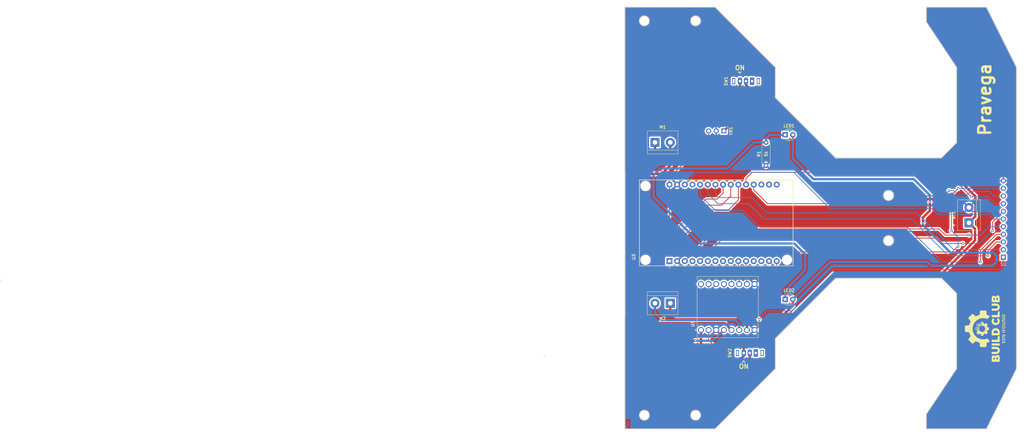
<source format=kicad_pcb>
(kicad_pcb (version 20221018) (generator pcbnew)
  (title_block (title "PID Line Follower") (date "2024-02-09") (rev "v01") (company "Build Club SSN") (comment 2 "creativecommons.org/licenses/by/4.0/") (comment 3 "License: CC BY 4.0") (comment 4 "Author: Sreeram R"))
  (layers (0 "F.Cu" jumper) (31 "B.Cu" signal) (34 "B.Paste" user) (35 "F.Paste" user) (36 "B.SilkS" user "B.Silkscreen") (37 "F.SilkS" user "F.Silkscreen") (38 "B.Mask" user) (39 "F.Mask" user) (44 "Edge.Cuts" user))
  (net 0 "")
  (net 1 "/Battery")
  (net 2 "GND")
  (net 3 "Net-(M1-T1)")
  (net 4 "Net-(M1-T2)")
  (net 5 "Net-(M2-T1)")
  (net 6 "Net-(M2-T2)")
  (net 7 "Net-(LED1-K)")
  (net 8 "/5V")
  (net 9 "Net-(LED1-A)")
  (net 10 "/PWMA")
  (net 11 "/AIN2")
  (net 12 "/AIN1")
  (net 13 "/STBY")
  (net 14 "/BIN1")
  (net 15 "/BIN2")
  (net 16 "/PWMB")
  (net 18 "/IR4")
  (net 20 "/IR6")
  (net 24 "/IR")
  (net 30 "/IR8")
  (net 31 "/IR7")
  (net 32 "/IR1")
  (net 33 "/IR2")
  (net 34 "/IR3")
  (net 36 "/IR5")
  (net 37 "Net-(SW1-T2)")
  (footprint "Logo:Logo" (layer "F.Cu") (at 197.358 129.286 90)
    (fp_text reference "G***" hide)
    (fp_text value "LOGO" hide)
  )
  (footprint "ESP32-DEVKIT-V1:MODULE_ESP32_DEVKIT_V1" (layer "F.Cu") (at 107.95 93.98 90)
    (fp_text reference "U3" (at -11.355 -27.36 90) (layer "F.SilkS") (effects (font (thickness 0.2) bold)))
    (fp_text value "ESP32-DEVKIT-V1")
    (pad "" np_thru_hole circle (at -12.28 -23.475 90) (size 3 3) (drill 3) (layers "*.Cu" "*.Mask"))
    (pad "" np_thru_hole circle (at -12.28 23.475 90) (size 3 3) (drill 3) (layers "*.Cu" "*.Mask"))
    (pad "" np_thru_hole circle (at 12.23 -23.475 90) (size 3 3) (drill 3) (layers "*.Cu" "*.Mask"))
    (pad "" np_thru_hole circle (at 12.23 23.475 90) (size 3 3) (drill 3) (layers "*.Cu" "*.Mask"))
    (pad "1" thru_hole rect (at -12.7 -15.515 90) (size 2 2) (drill 1.02) (layers "*.Cu" "*.Mask"))
    (pad "2" thru_hole circle (at -12.7 -12.975 90) (size 2 2) (drill 1.02) (layers "*.Cu" "*.Mask") (net 2 "GND"))
    (pad "3" thru_hole circle (at -12.7 -10.435 90) (size 2 2) (drill 1.02) (layers "*.Cu" "*.Mask") (net 18 "/IR4"))
    (pad "4" thru_hole circle (at -12.7 -7.895 90) (size 2 2) (drill 1.02) (layers "*.Cu" "*.Mask"))
    (pad "5" thru_hole circle (at -12.7 -5.355 90) (size 2 2) (drill 1.02) (layers "*.Cu" "*.Mask") (net 20 "/IR6"))
    (pad "6" thru_hole circle (at -12.7 -2.815 90) (size 2 2) (drill 1.02) (layers "*.Cu" "*.Mask"))
    (pad "7" thru_hole circle (at -12.7 -0.275 90) (size 2 2) (drill 1.02) (layers "*.Cu" "*.Mask"))
    (pad "8" thru_hole circle (at -12.7 2.265 90) (size 2 2) (drill 1.02) (layers "*.Cu" "*.Mask"))
    (pad "9" thru_hole circle (at -12.7 4.805 90) (size 2 2) (drill 1.02) (layers "*.Cu" "*.Mask") (net 24 "/IR"))
    (pad "10" thru_hole circle (at -12.7 7.345 90) (size 2 2) (drill 1.02) (layers "*.Cu" "*.Mask") (net 13 "/STBY"))
    (pad "11" thru_hole circle (at -12.7 9.885 90) (size 2 2) (drill 1.02) (layers "*.Cu" "*.Mask") (net 12 "/AIN1"))
    (pad "12" thru_hole circle (at -12.7 12.425 90) (size 2 2) (drill 1.02) (layers "*.Cu" "*.Mask"))
    (pad "13" thru_hole circle (at -12.7 14.965 90) (size 2 2) (drill 1.02) (layers "*.Cu" "*.Mask"))
    (pad "14" thru_hole circle (at -12.7 17.505 90) (size 2 2) (drill 1.02) (layers "*.Cu" "*.Mask") (net 11 "/AIN2"))
    (pad "15" thru_hole circle (at -12.7 20.045 90) (size 2 2) (drill 1.02) (layers "*.Cu" "*.Mask") (net 10 "/PWMA"))
    (pad "16" thru_hole circle (at 12.7 20.045 90) (size 2 2) (drill 1.02) (layers "*.Cu" "*.Mask"))
    (pad "17" thru_hole circle (at 12.7 17.505 90) (size 2 2) (drill 1.02) (layers "*.Cu" "*.Mask"))
    (pad "18" thru_hole circle (at 12.7 14.965 90) (size 2 2) (drill 1.02) (layers "*.Cu" "*.Mask"))
    (pad "19" thru_hole circle (at 12.7 12.425 90) (size 2 2) (drill 1.02) (layers "*.Cu" "*.Mask") (net 30 "/IR8"))
    (pad "20" thru_hole circle (at 12.7 9.885 90) (size 2 2) (drill 1.02) (layers "*.Cu" "*.Mask") (net 31 "/IR7"))
    (pad "21" thru_hole circle (at 12.7 7.345 90) (size 2 2) (drill 1.02) (layers "*.Cu" "*.Mask") (net 16 "/PWMB"))
    (pad "22" thru_hole circle (at 12.7 4.805 90) (size 2 2) (drill 1.02) (layers "*.Cu" "*.Mask") (net 15 "/BIN2"))
    (pad "23" thru_hole circle (at 12.7 2.265 90) (size 2 2) (drill 1.02) (layers "*.Cu" "*.Mask") (net 14 "/BIN1"))
    (pad "24" thru_hole circle (at 12.7 -0.275 90) (size 2 2) (drill 1.02) (layers "*.Cu" "*.Mask") (net 32 "/IR1"))
    (pad "25" thru_hole circle (at 12.7 -2.815 90) (size 2 2) (drill 1.02) (layers "*.Cu" "*.Mask") (net 33 "/IR2"))
    (pad "26" thru_hole circle (at 12.7 -5.355 90) (size 2 2) (drill 1.02) (layers "*.Cu" "*.Mask") (net 34 "/IR3"))
    (pad "27" thru_hole circle (at 12.7 -7.895 90) (size 2 2) (drill 1.02) (layers "*.Cu" "*.Mask"))
    (pad "28" thru_hole circle (at 12.7 -10.435 90) (size 2 2) (drill 1.02) (layers "*.Cu" "*.Mask") (net 36 "/IR5"))
    (pad "29" thru_hole circle (at 12.7 -12.975 90) (size 2 2) (drill 1.02) (layers "*.Cu" "*.Mask") (net 2 "GND"))
    (pad "30" thru_hole circle (at 12.7 -15.515 90) (size 2 2) (drill 1.02) (layers "*.Cu" "*.Mask") (net 8 "/5V"))
  )
  (footprint "Button_Switch_THT:SW_Slide_1P2T_CK_OS102011MS2Q" (layer "F.Cu") (at 119.82 46.99 180)
    (fp_text reference "SW1" (at 8.636 0 270) (layer "F.SilkS") (effects (font (thickness 0.2) bold)))
    (fp_text value "SSw")
    (pad "" thru_hole rect (at -2.1 0 180) (size 1 2) (drill oval 0.6 1.5) (layers "*.Cu" "*.Mask"))
    (pad "" thru_hole rect (at 6.1 0 180) (size 1 2) (drill oval 0.6 1.5) (layers "*.Cu" "*.Mask"))
    (pad "1" thru_hole rect (at 0 0 180) (size 1.4 2.5) (drill 0.8) (layers "*.Cu" "*.Mask"))
    (pad "2" thru_hole oval (at 2 0 180) (size 1.4 2.5) (drill 0.8) (layers "*.Cu" "*.Mask") (net 1 "/Battery"))
    (pad "3" thru_hole oval (at 4 0 180) (size 1.4 2.5) (drill 0.8) (layers "*.Cu" "*.Mask") (net 37 "Net-(SW1-T2)"))
  )
  (footprint "TerminalBlock:TerminalBlock_bornier-2_P5.08mm" (layer "F.Cu") (at 191.77 93.98 90)
    (fp_text reference "BT1" (at 2.54 -5.08 90) (layer "F.SilkS") (effects (font (thickness 0.2) bold)))
    (fp_text value "+" (at -0.762 -5.08 90) (layer "F.SilkS") (effects (font (thickness 0.2) bold)))
    (pad "1" thru_hole rect (at 0 0 90) (size 3 3) (drill 1.52) (layers "*.Cu" "*.Mask") (net 1 "/Battery"))
    (pad "2" thru_hole circle (at 5.08 0 90) (size 3 3) (drill 1.52) (layers "*.Cu" "*.Mask") (net 2 "GND"))
  )
  (footprint "ROB-14450:MODULE_ROB-14450" (layer "F.Cu") (at 111.76 121.92 90)
    (fp_text reference "U1" (at -5.5332 -11.6132 90) (layer "F.SilkS") (effects (font (thickness 0.2) bold)))
    (fp_text value "ROB-14450")
    (pad "1" thru_hole circle (at -7.62 -8.89 90) (size 1.98 1.98) (drill 1.32) (layers "*.Cu" "*.Mask") (net 9 "Net-(LED1-A)"))
    (pad "2" thru_hole circle (at -7.62 -6.35 90) (size 1.98 1.98) (drill 1.32) (layers "*.Cu" "*.Mask") (net 8 "/5V"))
    (pad "3" thru_hole circle (at -7.62 -3.81 90) (size 1.98 1.98) (drill 1.32) (layers "*.Cu" "*.Mask") (net 2 "GND"))
    (pad "4" thru_hole circle (at -7.62 -1.27 90) (size 1.98 1.98) (drill 1.32) (layers "*.Cu" "*.Mask") (net 3 "Net-(M1-T1)"))
    (pad "5" thru_hole circle (at -7.62 1.27 90) (size 1.98 1.98) (drill 1.32) (layers "*.Cu" "*.Mask") (net 4 "Net-(M1-T2)"))
    (pad "6" thru_hole circle (at -7.62 3.81 90) (size 1.98 1.98) (drill 1.32) (layers "*.Cu" "*.Mask") (net 6 "Net-(M2-T2)"))
    (pad "7" thru_hole circle (at -7.62 6.35 90) (size 1.98 1.98) (drill 1.32) (layers "*.Cu" "*.Mask") (net 5 "Net-(M2-T1)"))
    (pad "8" thru_hole circle (at -7.62 8.89 90) (size 1.98 1.98) (drill 1.32) (layers "*.Cu" "*.Mask") (net 2 "GND"))
    (pad "9" thru_hole circle (at 7.62 8.89 90) (size 1.98 1.98) (drill 1.32) (layers "*.Cu" "*.Mask") (net 2 "GND"))
    (pad "10" thru_hole circle (at 7.62 6.35 90) (size 1.98 1.98) (drill 1.32) (layers "*.Cu" "*.Mask") (net 16 "/PWMB"))
    (pad "11" thru_hole circle (at 7.62 3.81 90) (size 1.98 1.98) (drill 1.32) (layers "*.Cu" "*.Mask") (net 15 "/BIN2"))
    (pad "12" thru_hole circle (at 7.62 1.27 90) (size 1.98 1.98) (drill 1.32) (layers "*.Cu" "*.Mask") (net 14 "/BIN1"))
    (pad "13" thru_hole circle (at 7.62 -1.27 90) (size 1.98 1.98) (drill 1.32) (layers "*.Cu" "*.Mask") (net 13 "/STBY"))
    (pad "14" thru_hole circle (at 7.62 -3.81 90) (size 1.98 1.98) (drill 1.32) (layers "*.Cu" "*.Mask") (net 12 "/AIN1"))
    (pad "15" thru_hole circle (at 7.62 -6.35 90) (size 1.98 1.98) (drill 1.32) (layers "*.Cu" "*.Mask") (net 11 "/AIN2"))
    (pad "16" thru_hole circle (at 7.62 -8.89 90) (size 1.98 1.98) (drill 1.32) (layers "*.Cu" "*.Mask") (net 10 "/PWMA"))
  )
  (footprint "TerminalBlock:TerminalBlock_bornier-2_P5.08mm" (layer "F.Cu") (at 92.71 120.65 180)
    (fp_text reference "M2" (at 2.54 -5.08) (layer "F.SilkS") (effects (font (thickness 0.2) bold)))
    (fp_text value "M")
    (pad "1" thru_hole rect (at 0 0 180) (size 3 3) (drill 1.52) (layers "*.Cu" "*.Mask") (net 5 "Net-(M2-T1)"))
    (pad "2" thru_hole circle (at 5.08 0 180) (size 3 3) (drill 1.52) (layers "*.Cu" "*.Mask") (net 6 "Net-(M2-T2)"))
  )
  (footprint "LED_THT:LED_D3.0mm" (layer "F.Cu") (at 130.81 64.77)
    (fp_text reference "LED1" (at 1.27 -2.96) (layer "F.SilkS") (effects (font (thickness 0.2) bold)))
    (fp_text value "BLUE")
    (pad "1" thru_hole rect (at 0 0) (size 1.8 1.8) (drill 0.9) (layers "*.Cu" "*.Mask") (net 7 "Net-(LED1-K)"))
    (pad "2" thru_hole circle (at 2.54 0) (size 1.8 1.8) (drill 0.9) (layers "*.Cu" "*.Mask") (net 9 "Net-(LED1-A)"))
  )
  (footprint "LED_THT:LED_D3.0mm" (layer "F.Cu") (at 130.81 119.38)
    (fp_text reference "LED2" (at 1.27 -2.96) (layer "F.SilkS") (effects (font (thickness 0.2) bold)))
    (fp_text value "BLUE")
    (pad "1" thru_hole rect (at 0 0) (size 1.8 1.8) (drill 0.9) (layers "*.Cu" "*.Mask") (net 7 "Net-(LED1-K)"))
    (pad "2" thru_hole circle (at 2.54 0) (size 1.8 1.8) (drill 0.9) (layers "*.Cu" "*.Mask") (net 9 "Net-(LED1-A)"))
  )
  (footprint "Connector_PinHeader_2.54mm:PinHeader_1x03_P2.54mm_Vertical" (layer "F.Cu") (at 110.49 63.5 -90)
    (fp_text reference "VR1" (at 0 -2.33 90) (layer "F.SilkS") (effects (font (thickness 0.2) bold)))
    (fp_text value "LM7805")
    (pad "1" thru_hole rect (at 0 0 270) (size 1.7 1.7) (drill 1) (layers "*.Cu" "*.Mask") (net 37 "Net-(SW1-T2)"))
    (pad "2" thru_hole oval (at 0 2.54 270) (size 1.7 1.7) (drill 1) (layers "*.Cu" "*.Mask") (net 2 "GND"))
    (pad "3" thru_hole oval (at 0 5.08 270) (size 1.7 1.7) (drill 1) (layers "*.Cu" "*.Mask") (net 8 "/5V"))
  )
  (footprint "Resistor_THT:R_Axial_DIN0207_L6.3mm_D2.5mm_P7.62mm_Horizontal" (layer "F.Cu") (at 124.46 74.93 90)
    (fp_text reference "R1" (at 3.81 -2.37 90) (layer "F.SilkS") (effects (font (thickness 0.2) bold)))
    (fp_text value "5k" (at 3.81 0 90) (layer "F.SilkS") (effects (font (thickness 0.2) bold)))
    (pad "1" thru_hole circle (at 0 0 90) (size 1.6 1.6) (drill 0.8) (layers "*.Cu" "*.Mask") (net 2 "GND"))
    (pad "2" thru_hole oval (at 7.62 0 90) (size 1.6 1.6) (drill 0.8) (layers "*.Cu" "*.Mask") (net 7 "Net-(LED1-K)"))
  )
  (footprint "Button_Switch_THT:SW_Slide_1P2T_CK_OS102011MS2Q" (layer "F.Cu") (at 121.09 137.16 180)
    (fp_text reference "SW2" (at 8.636 0 90) (layer "F.SilkS") (effects (font (thickness 0.2) bold)))
    (fp_text value "SSw")
    (pad "" thru_hole rect (at -2.1 0 180) (size 1 2) (drill oval 0.6 1.5) (layers "*.Cu" "*.Mask"))
    (pad "" thru_hole rect (at 6.1 0 180) (size 1 2) (drill oval 0.6 1.5) (layers "*.Cu" "*.Mask"))
    (pad "1" thru_hole rect (at 0 0 180) (size 1.4 2.5) (drill 0.8) (layers "*.Cu" "*.Mask"))
    (pad "2" thru_hole oval (at 2 0 180) (size 1.4 2.5) (drill 0.8) (layers "*.Cu" "*.Mask") (net 1 "/Battery"))
    (pad "3" thru_hole oval (at 4 0 180) (size 1.4 2.5) (drill 0.8) (layers "*.Cu" "*.Mask") (net 9 "Net-(LED1-A)"))
  )
  (footprint "TerminalBlock:TerminalBlock_bornier-2_P5.08mm" (layer "F.Cu") (at 87.63 67.31)
    (fp_text reference "M1" (at 2.54 -5.08) (layer "F.SilkS") (effects (font (thickness 0.2) bold)))
    (fp_text value "M")
    (pad "1" thru_hole rect (at 0 0) (size 3 3) (drill 1.52) (layers "*.Cu" "*.Mask") (net 3 "Net-(M1-T1)"))
    (pad "2" thru_hole circle (at 5.08 0) (size 3 3) (drill 1.52) (layers "*.Cu" "*.Mask") (net 4 "Net-(M1-T2)"))
  )
  (footprint "Connector_PinHeader_2.54mm:PinHeader_1x11_P2.54mm_Vertical" (layer "B.Cu") (at 203.2 105.41)
    (fp_text reference "U2" (at 0 2.33 180) (layer "B.SilkS") (effects (font (thickness 0.2) bold) (justify mirror)))
    (fp_text value "QTR 8-RC")
    (pad "1" thru_hole rect (at 0 0) (size 1.7 1.7) (drill 1) (layers "*.Cu" "*.Mask") (net 8 "/5V"))
    (pad "2" thru_hole oval (at 0 -2.54) (size 1.7 1.7) (drill 1) (layers "*.Cu" "*.Mask") (net 32 "/IR1"))
    (pad "3" thru_hole oval (at 0 -5.08) (size 1.7 1.7) (drill 1) (layers "*.Cu" "*.Mask") (net 33 "/IR2"))
    (pad "4" thru_hole oval (at 0 -7.62) (size 1.7 1.7) (drill 1) (layers "*.Cu" "*.Mask") (net 34 "/IR3"))
    (pad "5" thru_hole oval (at 0 -10.16) (size 1.7 1.7) (drill 1) (layers "*.Cu" "*.Mask") (net 18 "/IR4"))
    (pad "6" thru_hole oval (at 0 -12.7) (size 1.7 1.7) (drill 1) (layers "*.Cu" "*.Mask") (net 36 "/IR5"))
    (pad "7" thru_hole oval (at 0 -15.24) (size 1.7 1.7) (drill 1) (layers "*.Cu" "*.Mask") (net 20 "/IR6"))
    (pad "8" thru_hole oval (at 0 -17.78) (size 1.7 1.7) (drill 1) (layers "*.Cu" "*.Mask") (net 31 "/IR7"))
    (pad "9" thru_hole oval (at 0 -20.32) (size 1.7 1.7) (drill 1) (layers "*.Cu" "*.Mask") (net 30 "/IR8"))
    (pad "10" thru_hole oval (at 0 -22.86) (size 1.7 1.7) (drill 1) (layers "*.Cu" "*.Mask") (net 24 "/IR"))
    (pad "11" thru_hole oval (at 0 -25.4) (size 1.7 1.7) (drill 1) (layers "*.Cu" "*.Mask") (net 2 "GND"))
  )
  (gr_line (start 50.93 138.26) (end 50.93 138.26) (stroke (width 0.2)) (layer "F.Cu"))
  (gr_line (start -129.54 113.03) (end -129.54 113.03) (stroke (width 0.2)) (layer "F.Cu"))
  (gr_line (start 147.6 72.39) (end 182.6 72.39) (stroke (width 0.2)) (layer "Edge.Cuts"))
  (gr_line (start 187.6 117.39) (end 187.6 142.39) (stroke (width 0.2)) (layer "Edge.Cuts"))
  (gr_line (start 77.6 162.39) (end 107.6 162.39) (stroke (width 0.2)) (layer "Edge.Cuts"))
  (gr_circle (center 165.1 84.89) (end 166.7 84.89) (stroke (width 0.2)) (fill none) (layer "Edge.Cuts"))
  (gr_line (start 177.6 162.39) (end 197.6 162.39) (stroke (width 0.2)) (layer "Edge.Cuts"))
  (gr_line (start 77.6 162.39) (end 77.6 22.39) (stroke (width 0.2)) (layer "Edge.Cuts"))
  (gr_circle (center 101.1 157.79) (end 102.7 157.79) (stroke (width 0.2)) (fill none) (layer "Edge.Cuts"))
  (gr_line (start 197.6 22.39) (end 207.6 42.39) (stroke (width 0.2)) (layer "Edge.Cuts"))
  (gr_line (start 127.6 42.39) (end 127.6 52.39) (stroke (width 0.2)) (layer "Edge.Cuts"))
  (gr_line (start 187.6 142.39) (end 177.6 157.39) (stroke (width 0.2)) (layer "Edge.Cuts"))
  (gr_line (start 207.6 42.39) (end 207.6 142.39) (stroke (width 0.2)) (layer "Edge.Cuts"))
  (gr_circle (center 84.1 26.99) (end 85.7 26.99) (stroke (width 0.2)) (fill none) (layer "Edge.Cuts"))
  (gr_line (start 177.6 27.39) (end 177.6 22.39) (stroke (width 0.2)) (layer "Edge.Cuts"))
  (gr_line (start 147.6 112.39) (end 182.6 112.39) (stroke (width 0.2)) (layer "Edge.Cuts"))
  (gr_circle (center 165.1 99.89) (end 166.7 99.89) (stroke (width 0.2)) (fill none) (layer "Edge.Cuts"))
  (gr_line (start 127.6 142.39) (end 127.6 132.39) (stroke (width 0.2)) (layer "Edge.Cuts"))
  (gr_line (start 177.6 22.39) (end 197.6 22.39) (stroke (width 0.2)) (layer "Edge.Cuts"))
  (gr_line (start 77.6 22.39) (end 107.6 22.39) (stroke (width 0.2)) (layer "Edge.Cuts"))
  (gr_line (start 107.6 162.39) (end 127.6 142.39) (stroke (width 0.2)) (layer "Edge.Cuts"))
  (gr_circle (center 101.1 26.99) (end 102.7 26.99) (stroke (width 0.2)) (fill none) (layer "Edge.Cuts"))
  (gr_line (start 187.6 67.39) (end 187.6 42.39) (stroke (width 0.2)) (layer "Edge.Cuts"))
  (gr_line (start 107.6 22.39) (end 127.6 42.39) (stroke (width 0.2)) (layer "Edge.Cuts"))
  (gr_line (start 177.6 157.39) (end 177.6 162.39) (stroke (width 0.2)) (layer "Edge.Cuts"))
  (gr_line (start 127.6 52.39) (end 147.6 72.39) (stroke (width 0.2)) (layer "Edge.Cuts"))
  (gr_line (start 127.6 132.39) (end 147.6 112.39) (stroke (width 0.2)) (layer "Edge.Cuts"))
  (gr_line (start 182.6 112.39) (end 187.6 117.39) (stroke (width 0.2)) (layer "Edge.Cuts"))
  (gr_line (start 197.6 162.39) (end 207.6 142.39) (stroke (width 0.2)) (layer "Edge.Cuts"))
  (gr_circle (center 84.1 157.79) (end 85.7 157.79) (stroke (width 0.2)) (fill none) (layer "Edge.Cuts"))
  (gr_line (start 187.6 42.39) (end 177.6 27.39) (stroke (width 0.2)) (layer "Edge.Cuts"))
  (gr_line (start 182.6 72.39) (end 187.6 67.39) (stroke (width 0.2)) (layer "Edge.Cuts"))
  (gr_text "v01" (at 77.724 162.306 -90) (layer "B.Cu") (effects (font (size 1 1) (thickness 0.2) bold) (justify left bottom mirror)))
  (gr_text "ON" (at 114.046 43.434) (layer "F.SilkS") (effects (font (size 1.5 1.5) (thickness 0.3) bold) (justify left bottom)))
  (gr_text "ON" (at 115.316 142.494) (layer "F.SilkS") (effects (font (size 1.5 1.5) (thickness 0.3) bold) (justify left bottom)))
  (gr_text "Pravega" (at 199.39 65.532 90) (layer "F.SilkS") (effects (font (size 4 4) (thickness 0.8) bold) (justify left bottom)))
  (segment (start 182.372 73.66) (end 147.066 73.66) (width 0.762) (layer "F.Cu") (net 1))
  (segment (start 193.901 91.849) (end 193.901 85.189) (width 0.762) (layer "F.Cu") (net 1))
  (segment (start 193.901 85.189) (end 182.372 73.66) (width 0.762) (layer "F.Cu") (net 1))
  (segment (start 126.238 131.572) (end 126.238 138.684) (width 0.762) (layer "F.Cu") (net 1))
  (segment (start 191.77 93.98) (end 193.802 96.012) (width 0.762) (layer "F.Cu") (net 1))
  (segment (start 146.812 110.998) (end 126.238 131.572) (width 0.762) (layer "F.Cu") (net 1))
  (segment (start 147.066 73.66) (end 126.492 53.086) (width 0.762) (layer "F.Cu") (net 1))
  (segment (start 126.492 53.086) (end 122.654 53.086) (width 0.762) (layer "F.Cu") (net 1))
  (segment (start 123.952 140.97) (end 120.65 140.97) (width 0.762) (layer "F.Cu") (net 1))
  (segment (start 182.626 110.998) (end 146.812 110.998) (width 0.762) (layer "F.Cu") (net 1))
  (segment (start 193.802 99.822) (end 182.626 110.998) (width 0.762) (layer "F.Cu") (net 1))
  (segment (start 122.654 53.086) (end 117.82 48.252) (width 0.762) (layer "F.Cu") (net 1))
  (segment (start 117.82 48.252) (end 117.82 46.99) (width 0.762) (layer "F.Cu") (net 1))
  (segment (start 126.238 138.684) (end 123.952 140.97) (width 0.762) (layer "F.Cu") (net 1))
  (segment (start 119.09 139.41) (end 119.09 137.16) (width 0.762) (layer "F.Cu") (net 1))
  (segment (start 191.77 93.98) (end 193.901 91.849) (width 0.762) (layer "F.Cu") (net 1))
  (segment (start 193.802 96.012) (end 193.802 99.822) (width 0.762) (layer "F.Cu") (net 1))
  (segment (start 120.65 140.97) (end 119.09 139.41) (width 0.762) (layer "F.Cu") (net 1))
  (segment (start 78.74 124.968) (end 84.328 130.556) (width 0.762) (layer "F.Cu") (net 3))
  (segment (start 93.98 130.556) (end 96.52 133.096) (width 0.762) (layer "F.Cu") (net 3))
  (segment (start 87.63 72.39) (end 86.106 73.914) (width 0.762) (layer "F.Cu") (net 3))
  (segment (start 84.328 130.556) (end 93.98 130.556) (width 0.762) (layer "F.Cu") (net 3))
  (segment (start 78.74 77.216) (end 78.74 124.968) (width 0.762) (layer "F.Cu") (net 3))
  (segment (start 86.106 73.914) (end 82.042 73.914) (width 0.762) (layer "F.Cu") (net 3))
  (segment (start 96.52 133.096) (end 101.092 133.096) (width 0.762) (layer "F.Cu") (net 3))
  (segment (start 87.63 67.31) (end 87.63 72.39) (width 0.762) (layer "F.Cu") (net 3))
  (segment (start 82.042 73.914) (end 78.74 77.216) (width 0.762) (layer "F.Cu") (net 3))
  (via (at 101.092 133.096) (size 0.8) (drill 0.4) (layers "F.Cu" "B.Cu") (net 3))
  (segment (start 106.934 133.096) (end 110.49 129.54) (width 0.762) (layer "B.Cu") (net 3))
  (segment (start 101.092 133.096) (end 106.934 133.096) (width 0.762) (layer "B.Cu") (net 3))
  (segment (start 92.71 74.93) (end 92.71 67.31) (width 0.762) (layer "F.Cu") (net 4))
  (segment (start 81.28 79.502) (end 83.058 77.724) (width 0.762) (layer "F.Cu") (net 4))
  (segment (start 113.03 129.54) (end 110.74 127.25) (width 0.762) (layer "F.Cu") (net 4))
  (segment (start 83.566 111.252) (end 81.28 108.966) (width 0.762) (layer "F.Cu") (net 4))
  (segment (start 83.566 124.206) (end 83.566 111.252) (width 0.762) (layer "F.Cu") (net 4))
  (segment (start 83.058 77.724) (end 89.916 77.724) (width 0.762) (layer "F.Cu") (net 4))
  (segment (start 89.916 77.724) (end 92.71 74.93) (width 0.762) (layer "F.Cu") (net 4))
  (segment (start 81.28 108.966) (end 81.28 79.502) (width 0.762) (layer "F.Cu") (net 4))
  (segment (start 110.74 127.25) (end 86.61 127.25) (width 0.762) (layer "F.Cu") (net 4))
  (segment (start 86.61 127.25) (end 83.566 124.206) (width 0.762) (layer "F.Cu") (net 4))
  (segment (start 118.11 127) (end 118.11 129.54) (width 0.762) (layer "F.Cu") (net 5))
  (segment (start 94.512 124.714) (end 115.824 124.714) (width 0.762) (layer "F.Cu") (net 5))
  (segment (start 92.71 120.65) (end 92.71 122.912) (width 0.762) (layer "F.Cu") (net 5))
  (segment (start 92.71 122.912) (end 94.512 124.714) (width 0.762) (layer "F.Cu") (net 5))
  (segment (start 115.824 124.714) (end 118.11 127) (width 0.762) (layer "F.Cu") (net 5))
  (segment (start 89.916 126.238) (end 87.63 123.952) (width 0.762) (layer "B.Cu") (net 6))
  (segment (start 87.63 123.952) (end 87.63 120.65) (width 0.762) (layer "B.Cu") (net 6))
  (segment (start 115.57 129.54) (end 115.57 127.508) (width 0.762) (layer "B.Cu") (net 6))
  (segment (start 114.3 126.238) (end 89.916 126.238) (width 0.762) (layer "B.Cu") (net 6))
  (segment (start 115.57 127.508) (end 114.3 126.238) (width 0.762) (layer "B.Cu") (net 6))
  (segment (start 111.76 75.946) (end 89.408 75.946) (width 0.762) (layer "B.Cu") (net 7))
  (segment (start 89.408 75.946) (end 87.122 78.232) (width 0.762) (layer "B.Cu") (net 7))
  (segment (start 130.81 116.332) (end 130.81 119.38) (width 0.762) (layer "B.Cu") (net 7))
  (segment (start 102.616 100.838) (end 133.858 100.838) (width 0.762) (layer "B.Cu") (net 7))
  (segment (start 87.122 78.232) (end 87.122 85.344) (width 0.762) (layer "B.Cu") (net 7))
  (segment (start 133.858 100.838) (end 137.414 104.394) (width 0.762) (layer "B.Cu") (net 7))
  (segment (start 125.73 64.77) (end 130.81 64.77) (width 0.762) (layer "B.Cu") (net 7))
  (segment (start 87.122 85.344) (end 102.616 100.838) (width 0.762) (layer "B.Cu") (net 7))
  (segment (start 124.46 67.31) (end 124.46 66.04) (width 0.762) (layer "B.Cu") (net 7))
  (segment (start 124.46 66.04) (end 125.73 64.77) (width 0.762) (layer "B.Cu") (net 7))
  (segment (start 137.414 109.728) (end 130.81 116.332) (width 0.762) (layer "B.Cu") (net 7))
  (segment (start 124.46 67.31) (end 120.396 67.31) (width 0.762) (layer "B.Cu") (net 7))
  (segment (start 137.414 104.394) (end 137.414 109.728) (width 0.762) (layer "B.Cu") (net 7))
  (segment (start 120.396 67.31) (end 111.76 75.946) (width 0.762) (layer "B.Cu") (net 7))
  (segment (start 120.396 132.334) (end 113.03 132.334) (width 0.254) (layer "F.Cu") (net 8))
  (segment (start 122.174 130.556) (end 120.396 132.334) (width 0.254) (layer "F.Cu") (net 8))
  (segment (start 101.092 121.92) (end 118.11 121.92) (width 0.254) (layer "F.Cu") (net 8))
  (segment (start 105.41 66.04) (end 105.41 63.5) (width 0.254) (layer "F.Cu") (net 8))
  (segment (start 89.154 114.3) (end 96.266 114.3) (width 0.254) (layer "F.Cu") (net 8))
  (segment (start 92.435 81.28) (end 92.435 79.015) (width 0.254) (layer "F.Cu") (net 8))
  (segment (start 92.435 81.28) (end 92.435 93.239) (width 0.254) (layer "F.Cu") (net 8))
  (segment (start 107.188 134.62) (end 105.41 132.842) (width 0.254) (layer "F.Cu") (net 8))
  (segment (start 86.36 99.314) (end 86.36 111.506) (width 0.254) (layer "F.Cu") (net 8))
  (segment (start 110.744 134.62) (end 107.188 134.62) (width 0.254) (layer "F.Cu") (net 8))
  (segment (start 92.435 79.015) (end 105.41 66.04) (width 0.254) (layer "F.Cu") (net 8))
  (segment (start 99.568 117.602) (end 99.568 120.396) (width 0.254) (layer "F.Cu") (net 8))
  (segment (start 105.41 132.842) (end 105.41 129.54) (width 0.254) (layer "F.Cu") (net 8))
  (segment (start 122.174 125.984) (end 122.174 130.556) (width 0.254) (layer "F.Cu") (net 8))
  (segment (start 99.568 120.396) (end 101.092 121.92) (width 0.254) (layer "F.Cu") (net 8))
  (segment (start 113.03 132.334) (end 110.744 134.62) (width 0.254) (layer "F.Cu") (net 8))
  (segment (start 118.11 121.92) (end 122.174 125.984) (width 0.254) (layer "F.Cu") (net 8))
  (segment (start 92.435 93.239) (end 86.36 99.314) (width 0.254) (layer "F.Cu") (net 8))
  (segment (start 96.266 114.3) (end 99.568 117.602) (width 0.254) (layer "F.Cu") (net 8))
  (segment (start 86.36 111.506) (end 89.154 114.3) (width 0.254) (layer "F.Cu") (net 8))
  (via (at 122.174 125.984) (size 0.8) (drill 0.4) (layers "F.Cu" "B.Cu") (net 8))
  (segment (start 203.2 107.95) (end 201.676 109.474) (width 0.254) (layer "B.Cu") (net 8))
  (segment (start 133.096 123.19) (end 124.968 123.19) (width 0.254) (layer "B.Cu") (net 8))
  (segment (start 203.2 105.41) (end 203.2 107.95) (width 0.254) (layer "B.Cu") (net 8))
  (segment (start 124.968 123.19) (end 122.174 125.984) (width 0.254) (layer "B.Cu") (net 8))
  (segment (start 146.812 109.474) (end 133.096 123.19) (width 0.254) (layer "B.Cu") (net 8))
  (segment (start 201.676 109.474) (end 146.812 109.474) (width 0.254) (layer "B.Cu") (net 8))
  (segment (start 102.87 134.112) (end 102.87 129.54) (width 0.762) (layer "F.Cu") (net 9))
  (segment (start 176.53 92.202) (end 178.816 89.916) (width 0.762) (layer "F.Cu") (net 9))
  (segment (start 178.816 89.916) (end 178.816 87.122) (width 0.762) (layer "F.Cu") (net 9))
  (segment (start 117.09 137.16) (end 117.09 138.172) (width 0.762) (layer "F.Cu") (net 9))
  (segment (start 123.698 133.096) (end 123.698 131.064) (width 0.762) (layer "F.Cu") (net 9))
  (segment (start 117.09 137.16) (end 117.09 135.386) (width 0.762) (layer "F.Cu") (net 9))
  (segment (start 123.698 131.064) (end 133.35 121.412) (width 0.762) (layer "F.Cu") (net 9))
  (segment (start 117.09 138.172) (end 115.721 139.541) (width 0.762) (layer "F.Cu") (net 9))
  (segment (start 115.721 139.541) (end 108.299 139.541) (width 0.762) (layer "F.Cu") (net 9))
  (segment (start 118.618 133.858) (end 122.936 133.858) (width 0.762) (layer "F.Cu") (net 9))
  (segment (start 117.09 135.386) (end 118.618 133.858) (width 0.762) (layer "F.Cu") (net 9))
  (segment (start 176.53 93.98) (end 176.53 92.202) (width 0.762) (layer "F.Cu") (net 9))
  (segment (start 133.35 121.412) (end 133.35 119.38) (width 0.762) (layer "F.Cu") (net 9))
  (segment (start 108.299 139.541) (end 102.87 134.112) (width 0.762) (layer "F.Cu") (net 9))
  (segment (start 122.936 133.858) (end 123.698 133.096) (width 0.762) (layer "F.Cu") (net 9))
  (via (at 176.53 93.98) (size 0.8) (drill 0.4) (layers "F.Cu" "B.Cu") (net 9))
  (via (at 178.816 87.122) (size 0.8) (drill 0.4) (layers "F.Cu" "B.Cu") (net 9))
  (segment (start 199.883 103.871) (end 185.689 103.871) (width 0.762) (layer "B.Cu") (net 9))
  (segment (start 178.816 84.836) (end 173.482 79.502) (width 0.762) (layer "B.Cu") (net 9))
  (segment (start 178.816 87.122) (end 178.816 84.836) (width 0.762) (layer "B.Cu") (net 9))
  (segment (start 178.054 106.934) (end 179.324 108.204) (width 0.762) (layer "B.Cu") (net 9))
  (segment (start 199.644 108.204) (end 200.914 106.934) (width 0.762) (layer "B.Cu") (net 9))
  (segment (start 133.35 72.644) (end 133.35 64.77) (width 0.762) (layer "B.Cu") (net 9))
  (segment (start 198.882 108.204) (end 199.644 108.204) (width 0.762) (layer "B.Cu") (net 9))
  (segment (start 200.914 106.934) (end 200.914 104.902) (width 0.762) (layer "B.Cu") (net 9))
  (segment (start 179.324 108.204) (end 198.882 108.204) (width 0.762) (layer "B.Cu") (net 9))
  (segment (start 176.53 94.742) (end 176.53 93.98) (width 0.762) (layer "B.Cu") (net 9))
  (segment (start 146.05 106.934) (end 178.054 106.934) (width 0.762) (layer "B.Cu") (net 9))
  (segment (start 133.35 119.38) (end 145.796 106.934) (width 0.762) (layer "B.Cu") (net 9))
  (segment (start 140.208 79.502) (end 133.35 72.644) (width 0.762) (layer "B.Cu") (net 9))
  (segment (start 185.674 103.886) (end 176.53 94.742) (width 0.762) (layer "B.Cu") (net 9))
  (segment (start 145.796 106.934) (end 146.05 106.934) (width 0.762) (layer "B.Cu") (net 9))
  (segment (start 199.898 103.886) (end 199.883 103.871) (width 0.762) (layer "B.Cu") (net 9))
  (segment (start 200.914 104.902) (end 199.898 103.886) (width 0.762) (layer "B.Cu") (net 9))
  (segment (start 173.482 79.502) (end 140.208 79.502) (width 0.762) (layer "B.Cu") (net 9))
  (segment (start 185.689 103.871) (end 185.674 103.886) (width 0.762) (layer "B.Cu") (net 9))
  (segment (start 102.87 118.364) (end 105.41 120.904) (width 0.254) (layer "F.Cu") (net 10))
  (segment (start 128.016 115.062) (end 127.995 115.041) (width 0.254) (layer "F.Cu") (net 10))
  (segment (start 105.41 120.904) (end 122.174 120.904) (width 0.254) (layer "F.Cu") (net 10))
  (segment (start 127.995 115.041) (end 127.995 106.68) (width 0.254) (layer "F.Cu") (net 10))
  (segment (start 102.87 114.3) (end 102.87 118.364) (width 0.254) (layer "F.Cu") (net 10))
  (segment (start 122.174 120.904) (end 128.016 115.062) (width 0.254) (layer "F.Cu") (net 10))
  (segment (start 105.41 118.11) (end 106.68 119.38) (width 0.254) (layer "F.Cu") (net 11))
  (segment (start 127 113.792) (end 127 108.225) (width 0.254) (layer "F.Cu") (net 11))
  (segment (start 105.41 114.3) (end 105.41 118.11) (width 0.254) (layer "F.Cu") (net 11))
  (segment (start 121.412 119.38) (end 127 113.792) (width 0.254) (layer "F.Cu") (net 11))
  (segment (start 106.68 119.38) (end 121.412 119.38) (width 0.254) (layer "F.Cu") (net 11))
  (segment (start 127 108.225) (end 125.455 106.68) (width 0.254) (layer "F.Cu") (net 11))
  (segment (start 121.158 118.11) (end 125.73 113.538) (width 0.254) (layer "F.Cu") (net 12))
  (segment (start 106.426 115.824) (end 106.426 117.348) (width 0.254) (layer "F.Cu") (net 12))
  (segment (start 118.618 109.22) (end 117.835 108.437) (width 0.254) (layer "F.Cu") (net 12))
  (segment (start 106.426 117.348) (end 107.188 118.11) (width 0.254) (layer "F.Cu") (net 12))
  (segment (start 125.73 109.982) (end 124.968 109.22) (width 0.254) (layer "F.Cu") (net 12))
  (segment (start 107.188 118.11) (end 121.158 118.11) (width 0.254) (layer "F.Cu") (net 12))
  (segment (start 117.835 108.437) (end 117.835 106.68) (width 0.254) (layer "F.Cu") (net 12))
  (segment (start 125.73 113.538) (end 125.73 109.982) (width 0.254) (layer "F.Cu") (net 12))
  (segment (start 124.968 109.22) (end 118.618 109.22) (width 0.254) (layer "F.Cu") (net 12))
  (segment (start 107.95 114.3) (end 106.426 115.824) (width 0.254) (layer "F.Cu") (net 12))
  (segment (start 117.094 110.49) (end 115.295 108.691) (width 0.254) (layer "F.Cu") (net 13))
  (segment (start 115.295 108.691) (end 115.295 106.68) (width 0.254) (layer "F.Cu") (net 13))
  (segment (start 110.49 114.3) (end 110.49 116.332) (width 0.254) (layer "F.Cu") (net 13))
  (segment (start 124.46 113.03) (end 124.46 111.506) (width 0.254) (layer "F.Cu") (net 13))
  (segment (start 124.46 111.506) (end 123.444 110.49) (width 0.254) (layer "F.Cu") (net 13))
  (segment (start 111.252 117.094) (end 120.396 117.094) (width 0.254) (layer "F.Cu") (net 13))
  (segment (start 123.444 110.49) (end 117.094 110.49) (width 0.254) (layer "F.Cu") (net 13))
  (segment (start 120.396 117.094) (end 124.46 113.03) (width 0.254) (layer "F.Cu") (net 13))
  (segment (start 110.49 116.332) (end 111.252 117.094) (width 0.254) (layer "F.Cu") (net 13))
  (segment (start 87.884 109.728) (end 90.424 112.268) (width 0.254) (layer "F.Cu") (net 14))
  (segment (start 87.884 102.87) (end 87.884 109.728) (width 0.254) (layer "F.Cu") (net 14))
  (segment (start 112.522 112.268) (end 113.03 112.776) (width 0.254) (layer "F.Cu") (net 14))
  (segment (start 113.03 112.776) (end 113.03 114.3) (width 0.254) (layer "F.Cu") (net 14))
  (segment (start 90.424 112.268) (end 112.522 112.268) (width 0.254) (layer "F.Cu") (net 14))
  (segment (start 110.215 84.095) (end 108.204 86.106) (width 0.254) (layer "F.Cu") (net 14))
  (segment (start 108.204 86.106) (end 104.648 86.106) (width 0.254) (layer "F.Cu") (net 14))
  (segment (start 104.648 86.106) (end 87.884 102.87) (width 0.254) (layer "F.Cu") (net 14))
  (segment (start 110.215 81.28) (end 110.215 84.095) (width 0.254) (layer "F.Cu") (net 14))
  (segment (start 112.755 85.069) (end 112.776 85.09) (width 0.254) (layer "F.Cu") (net 15))
  (segment (start 112.755 81.28) (end 112.755 85.069) (width 0.254) (layer "F.Cu") (net 15))
  (segment (start 89.408 109.22) (end 91.44 111.252) (width 0.254) (layer "F.Cu") (net 15))
  (segment (start 91.44 111.252) (end 114.046 111.252) (width 0.254) (layer "F.Cu") (net 15))
  (segment (start 114.046 111.252) (end 115.57 112.776) (width 0.254) (layer "F.Cu") (net 15))
  (segment (start 115.57 112.776) (end 115.57 114.3) (width 0.254) (layer "F.Cu") (net 15))
  (segment (start 112.776 85.09) (end 109.728 88.138) (width 0.254) (layer "F.Cu") (net 15))
  (segment (start 89.408 103.886) (end 89.408 109.22) (width 0.254) (layer "F.Cu") (net 15))
  (segment (start 105.156 88.138) (end 89.408 103.886) (width 0.254) (layer "F.Cu") (net 15))
  (segment (start 109.728 88.138) (end 105.156 88.138) (width 0.254) (layer "F.Cu") (net 15))
  (segment (start 112.014 89.662) (end 115.295 86.381) (width 0.254) (layer "F.Cu") (net 16))
  (segment (start 115.57 110.236) (end 92.964 110.236) (width 0.254) (layer "F.Cu") (net 16))
  (segment (start 115.295 86.381) (end 115.295 81.28) (width 0.254) (layer "F.Cu") (net 16))
  (segment (start 118.11 114.3) (end 118.11 112.776) (width 0.254) (layer "F.Cu") (net 16))
  (segment (start 105.918 89.662) (end 112.014 89.662) (width 0.254) (layer "F.Cu") (net 16))
  (segment (start 92.964 110.236) (end 90.424 107.696) (width 0.254) (layer "F.Cu") (net 16))
  (segment (start 90.424 105.156) (end 105.918 89.662) (width 0.254) (layer "F.Cu") (net 16))
  (segment (start 118.11 112.776) (end 115.57 110.236) (width 0.254) (layer "F.Cu") (net 16))
  (segment (start 90.424 107.696) (end 90.424 105.156) (width 0.254) (layer "F.Cu") (net 16))
  (segment (start 183.896 98.044) (end 191.77 98.044) (width 0.254) (layer "F.Cu") (net 18))
  (segment (start 108.183 96.012) (end 181.864 96.012) (width 0.254) (layer "F.Cu") (net 18))
  (segment (start 97.515 106.68) (end 108.183 96.012) (width 0.254) (layer "F.Cu") (net 18))
  (segment (start 181.864 96.012) (end 183.896 98.044) (width 0.254) (layer "F.Cu") (net 18))
  (via (at 191.77 98.044) (size 0.8) (drill 0.4) (layers "F.Cu" "B.Cu") (net 18))
  (segment (start 198.374 95.25) (end 203.2 95.25) (width 0.254) (layer "B.Cu") (net 18))
  (segment (start 191.77 98.044) (end 195.58 98.044) (width 0.254) (layer "B.Cu") (net 18))
  (segment (start 195.58 98.044) (end 198.374 95.25) (width 0.254) (layer "B.Cu") (net 18))
  (segment (start 180.594 99.06) (end 182.372 100.838) (width 0.254) (layer "F.Cu") (net 20))
  (segment (start 199.644 93.726) (end 203.2 90.17) (width 0.254) (layer "F.Cu") (net 20))
  (segment (start 199.644 96.52) (end 199.644 93.726) (width 0.254) (layer "F.Cu") (net 20))
  (segment (start 102.595 106.68) (end 111.739 97.536) (width 0.254) (layer "F.Cu") (net 20))
  (segment (start 172.212 97.536) (end 173.736 99.06) (width 0.254) (layer "F.Cu") (net 20))
  (segment (start 182.372 100.838) (end 189.738 100.838) (width 0.254) (layer "F.Cu") (net 20))
  (segment (start 111.739 97.536) (end 172.212 97.536) (width 0.254) (layer "F.Cu") (net 20))
  (segment (start 173.736 99.06) (end 180.594 99.06) (width 0.254) (layer "F.Cu") (net 20))
  (via (at 199.644 96.52) (size 0.8) (drill 0.4) (layers "F.Cu" "B.Cu") (net 20))
  (via (at 189.738 100.838) (size 0.8) (drill 0.4) (layers "F.Cu" "B.Cu") (net 20))
  (segment (start 189.738 100.838) (end 195.326 100.838) (width 0.254) (layer "B.Cu") (net 20))
  (segment (start 195.326 100.838) (end 199.644 96.52) (width 0.254) (layer "B.Cu") (net 20))
  (segment (start 185.928 84.836) (end 188.214 82.55) (width 0.254) (layer "F.Cu") (net 24))
  (segment (start 186.182 103.632) (end 187.96 101.854) (width 0.254) (layer "F.Cu") (net 24))
  (segment (start 112.755 106.68) (end 115.803 103.632) (width 0.254) (layer "F.Cu") (net 24))
  (segment (start 115.803 103.632) (end 186.182 103.632) (width 0.254) (layer "F.Cu") (net 24))
  (segment (start 185.928 96.52) (end 185.928 84.836) (width 0.254) (layer "F.Cu") (net 24))
  (segment (start 187.96 101.854) (end 188.214 101.854) (width 0.254) (layer "F.Cu") (net 24))
  (via (at 185.928 96.52) (size 0.8) (drill 0.4) (layers "F.Cu" "B.Cu") (net 24))
  (via (at 188.214 82.55) (size 0.8) (drill 0.4) (layers "F.Cu" "B.Cu") (net 24))
  (via (at 188.214 101.854) (size 0.8) (drill 0.4) (layers "F.Cu" "B.Cu") (net 24))
  (segment (start 188.214 98.806) (end 185.928 96.52) (width 0.254) (layer "B.Cu") (net 24))
  (segment (start 188.214 101.854) (end 188.214 98.806) (width 0.254) (layer "B.Cu") (net 24))
  (segment (start 188.214 82.55) (end 203.2 82.55) (width 0.254) (layer "B.Cu") (net 24))
  (segment (start 183.388 85.09) (end 185.166 83.312) (width 0.254) (layer "F.Cu") (net 30))
  (segment (start 124.968 87.63) (end 173.482 87.63) (width 0.254) (layer "F.Cu") (net 30))
  (segment (start 120.375 83.037) (end 124.968 87.63) (width 0.254) (layer "F.Cu") (net 30))
  (segment (start 120.375 81.28) (end 120.375 83.037) (width 0.254) (layer "F.Cu") (net 30))
  (segment (start 176.022 85.09) (end 183.388 85.09) (width 0.254) (layer "F.Cu") (net 30))
  (segment (start 173.482 87.63) (end 176.022 85.09) (width 0.254) (layer "F.Cu") (net 30))
  (via (at 185.166 83.312) (size 0.8) (drill 0.4) (layers "F.Cu" "B.Cu") (net 30))
  (segment (start 187.975 84.567) (end 191.277 84.567) (width 0.254) (layer "B.Cu") (net 30))
  (segment (start 192.278 83.566) (end 198.628 83.566) (width 0.254) (layer "B.Cu") (net 30))
  (segment (start 186.69 83.312) (end 187.96 84.582) (width 0.254) (layer "B.Cu") (net 30))
  (segment (start 187.96 84.582) (end 187.975 84.567) (width 0.254) (layer "B.Cu") (net 30))
  (segment (start 185.166 83.312) (end 186.69 83.312) (width 0.254) (layer "B.Cu") (net 30))
  (segment (start 191.277 84.567) (end 192.278 83.566) (width 0.254) (layer "B.Cu") (net 30))
  (segment (start 198.628 83.566) (end 200.152 85.09) (width 0.254) (layer "B.Cu") (net 30))
  (segment (start 200.152 85.09) (end 203.2 85.09) (width 0.254) (layer "B.Cu") (net 30))
  (segment (start 117.835 79.269) (end 119.888 77.216) (width 0.254) (layer "F.Cu") (net 31))
  (segment (start 184.404 77.216) (end 192.532 85.344) (width 0.254) (layer "F.Cu") (net 31))
  (segment (start 119.888 77.216) (end 184.404 77.216) (width 0.254) (layer "F.Cu") (net 31))
  (segment (start 117.835 81.28) (end 117.835 79.269) (width 0.254) (layer "F.Cu") (net 31))
  (via (at 192.532 85.344) (size 0.8) (drill 0.4) (layers "F.Cu" "B.Cu") (net 31))
  (segment (start 200.406 87.63) (end 203.2 87.63) (width 0.254) (layer "B.Cu") (net 31))
  (segment (start 198.12 85.344) (end 200.406 87.63) (width 0.254) (layer "B.Cu") (net 31))
  (segment (start 192.532 85.344) (end 198.12 85.344) (width 0.254) (layer "B.Cu") (net 31))
  (segment (start 186.69 102.87) (end 203.2 102.87) (width 0.254) (layer "B.Cu") (net 32))
  (segment (start 124.714 90.678) (end 174.498 90.678) (width 0.254) (layer "B.Cu") (net 32))
  (segment (start 119.634 85.598) (end 124.714 90.678) (width 0.254) (layer "B.Cu") (net 32))
  (segment (start 174.498 90.678) (end 186.69 102.87) (width 0.254) (layer "B.Cu") (net 32))
  (segment (start 108.712 85.598) (end 119.634 85.598) (width 0.254) (layer "B.Cu") (net 32))
  (segment (start 107.675 84.561) (end 108.712 85.598) (width 0.254) (layer "B.Cu") (net 32))
  (segment (start 107.675 81.28) (end 107.675 84.561) (width 0.254) (layer "B.Cu") (net 32))
  (segment (start 200.914 100.33) (end 203.2 100.33) (width 0.254) (layer "F.Cu") (net 33))
  (segment (start 198.12 104.902) (end 198.12 103.124) (width 0.254) (layer "F.Cu") (net 33))
  (segment (start 198.12 103.124) (end 200.914 100.33) (width 0.254) (layer "F.Cu") (net 33))
  (via (at 198.12 104.902) (size 0.8) (drill 0.4) (layers "F.Cu" "B.Cu") (net 33))
  (segment (start 123.698 92.71) (end 172.72 92.71) (width 0.254) (layer "B.Cu") (net 33))
  (segment (start 172.72 92.71) (end 184.912 104.902) (width 0.254) (layer "B.Cu") (net 33))
  (segment (start 108.204 87.376) (end 108.458 87.63) (width 0.254) (layer "B.Cu") (net 33))
  (segment (start 105.135 84.307) (end 108.204 87.376) (width 0.254) (layer "B.Cu") (net 33))
  (segment (start 118.618 87.63) (end 123.698 92.71) (width 0.254) (layer "B.Cu") (net 33))
  (segment (start 184.912 104.902) (end 198.12 104.902) (width 0.254) (layer "B.Cu") (net 33))
  (segment (start 108.458 87.63) (end 118.618 87.63) (width 0.254) (layer "B.Cu") (net 33))
  (segment (start 105.135 81.28) (end 105.135 84.307) (width 0.254) (layer "B.Cu") (net 33))
  (segment (start 200.914 97.79) (end 203.2 97.79) (width 0.254) (layer "F.Cu") (net 34))
  (segment (start 195.58 103.124) (end 200.914 97.79) (width 0.254) (layer "F.Cu") (net 34))
  (segment (start 195.58 106.934) (end 195.58 103.124) (width 0.254) (layer "F.Cu") (net 34))
  (via (at 195.58 106.934) (size 0.8) (drill 0.4) (layers "F.Cu" "B.Cu") (net 34))
  (segment (start 122.428 95.504) (end 171.45 95.504) (width 0.254) (layer "B.Cu") (net 34))
  (segment (start 107.696 89.916) (end 116.84 89.916) (width 0.254) (layer "B.Cu") (net 34))
  (segment (start 116.84 89.916) (end 117.856 90.932) (width 0.254) (layer "B.Cu") (net 34))
  (segment (start 102.595 81.28) (end 102.595 84.815) (width 0.254) (layer "B.Cu") (net 34))
  (segment (start 171.45 95.504) (end 180.086 104.14) (width 0.254) (layer "B.Cu") (net 34))
  (segment (start 182.88 106.934) (end 195.58 106.934) (width 0.254) (layer "B.Cu") (net 34))
  (segment (start 117.856 90.932) (end 122.428 95.504) (width 0.254) (layer "B.Cu") (net 34))
  (segment (start 180.086 104.14) (end 182.88 106.934) (width 0.254) (layer "B.Cu") (net 34))
  (segment (start 102.595 84.815) (end 107.696 89.916) (width 0.254) (layer "B.Cu") (net 34))
  (segment (start 198.374 91.186) (end 199.898 92.71) (width 0.254) (layer "B.Cu") (net 36))
  (segment (start 179.324 89.154) (end 181.356 91.186) (width 0.254) (layer "B.Cu") (net 36))
  (segment (start 97.515 81.28) (end 101.579 77.216) (width 0.254) (layer "B.Cu") (net 36))
  (segment (start 181.356 91.186) (end 198.374 91.186) (width 0.254) (layer "B.Cu") (net 36))
  (segment (start 133.604 77.216) (end 145.542 89.154) (width 0.254) (layer "B.Cu") (net 36))
  (segment (start 199.898 92.71) (end 203.2 92.71) (width 0.254) (layer "B.Cu") (net 36))
  (segment (start 145.542 89.154) (end 179.324 89.154) (width 0.254) (layer "B.Cu") (net 36))
  (segment (start 101.579 77.216) (end 133.604 77.216) (width 0.254) (layer "B.Cu") (net 36))
  (segment (start 115.82 46.99) (end 115.82 58.17) (width 0.762) (layer "F.Cu") (net 37))
  (segment (start 115.82 58.17) (end 110.49 63.5) (width 0.762) (layer "F.Cu") (net 37))
  (zone (net 2) (net_name "GND") (layer "F.Cu") (connect_pads (clearance 0.5)) (min_thickness 0.25) (fill yes (thermal_gap 0.5) (thermal_bridge_width 0.5))
    (polygon (pts (xy 76.2 163.576) (xy 108.712 163.576) (xy 129.54 141.732) (xy 129.794 132.588) (xy 147.32 115.062) (xy 181.102 114.3) (xy 185.928 118.872) (xy 186.182 141.478) (xy 175.514 156.718) (xy 176.276 164.084) (xy 197.612 164.084) (xy 209.55 142.494) (xy 209.804 41.656) (xy 198.882 20.32) (xy 176.276 20.574) (xy 175.514 28.448) (xy 186.182 43.434) (xy 185.928 64.77) (xy 180.848 70.104) (xy 149.606 70.104) (xy 129.032 51.308) (xy 129.286 41.148) (xy 108.204 20.066) (xy 76.2 20.32)))
  )
  (zone (net 2) (net_name "GND") (layer "B.Cu") (priority 1) (connect_pads (clearance 0.5)) (min_thickness 0.25) (fill yes (thermal_gap 0.5) (thermal_bridge_width 0.5))
    (polygon (pts (xy 76.454 163.576) (xy 108.458 163.576) (xy 129.54 141.986) (xy 130.048 132.08) (xy 147.574 114.808) (xy 182.118 115.062) (xy 186.182 118.618) (xy 185.928 141.478) (xy 175.768 156.718) (xy 175.768 164.338) (xy 199.898 164.084) (xy 210.058 141.986) (xy 209.55 42.418) (xy 198.628 20.066) (xy 176.276 20.828) (xy 176.276 28.956) (xy 186.182 43.942) (xy 186.182 65.278) (xy 182.626 68.326) (xy 149.352 68.326) (xy 129.794 50.8) (xy 129.794 41.148) (xy 108.712 20.32) (xy 76.2 20.828)))
  )
)
</source>
